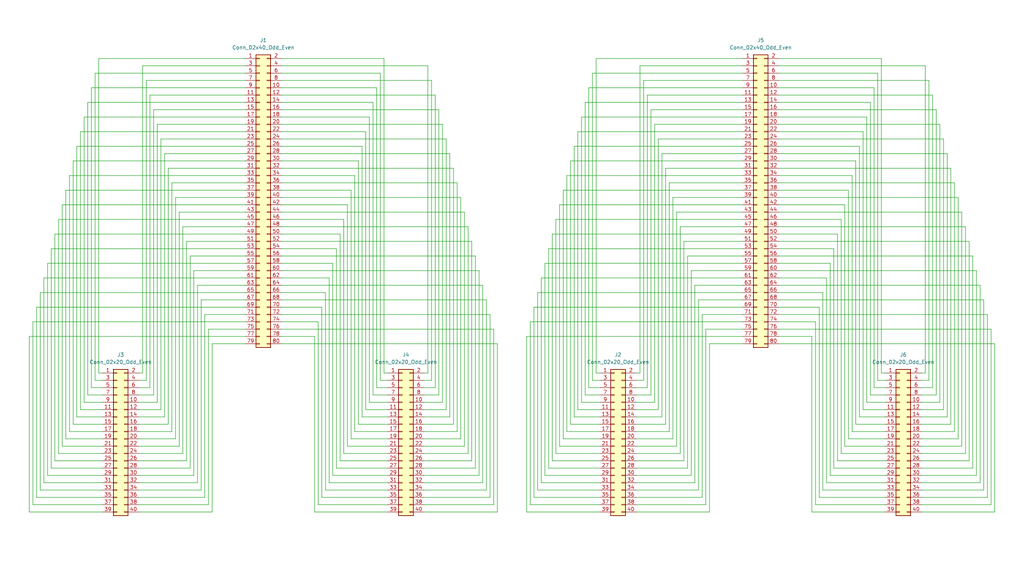
<source format=kicad_sch>
(kicad_sch (version 20230121) (generator eeschema)
  (paper "User" 355.6 203.2)
  (lib_symbols
    (symbol "Connector_Generic:Conn_02x20_Odd_Even" (pin_names (offset 1.016) hide)
      (property "Reference" "J" (at 1.27 25.4 0))
      (property "Value" "Conn_02x20_Odd_Even" (at 1.27 -27.94 0))
      (symbol "Conn_02x20_Odd_Even_1_1"
        (rectangle (start -1.27 -25.273) (end 0 -25.527) (stroke (width 0.1524)))
        (rectangle (start -1.27 -22.733) (end 0 -22.987) (stroke (width 0.1524)))
        (rectangle (start -1.27 -20.193) (end 0 -20.447) (stroke (width 0.1524)))
        (rectangle (start -1.27 -17.653) (end 0 -17.907) (stroke (width 0.1524)))
        (rectangle (start -1.27 -15.113) (end 0 -15.367) (stroke (width 0.1524)))
        (rectangle (start -1.27 -12.573) (end 0 -12.827) (stroke (width 0.1524)))
        (rectangle (start -1.27 -10.033) (end 0 -10.287) (stroke (width 0.1524)))
        (rectangle (start -1.27 -7.493) (end 0 -7.747) (stroke (width 0.1524)))
        (rectangle (start -1.27 -4.953) (end 0 -5.207) (stroke (width 0.1524)))
        (rectangle (start -1.27 -2.413) (end 0 -2.667) (stroke (width 0.1524)))
        (rectangle (start -1.27 0.127) (end 0 -0.127) (stroke (width 0.1524)))
        (rectangle (start -1.27 2.667) (end 0 2.413) (stroke (width 0.1524)))
        (rectangle (start -1.27 5.207) (end 0 4.953) (stroke (width 0.1524)))
        (rectangle (start -1.27 7.747) (end 0 7.493) (stroke (width 0.1524)))
        (rectangle (start -1.27 10.287) (end 0 10.033) (stroke (width 0.1524)))
        (rectangle (start -1.27 12.827) (end 0 12.573) (stroke (width 0.1524)))
        (rectangle (start -1.27 15.367) (end 0 15.113) (stroke (width 0.1524)))
        (rectangle (start -1.27 17.907) (end 0 17.653) (stroke (width 0.1524)))
        (rectangle (start -1.27 20.447) (end 0 20.193) (stroke (width 0.1524)))
        (rectangle (start -1.27 22.987) (end 0 22.733) (stroke (width 0.1524)))
        (rectangle (start -1.27 24.13) (end 3.81 -26.67) (stroke (width 0.254)) (fill (type background)))
        (rectangle (start 3.81 -25.273) (end 2.54 -25.527) (stroke (width 0.1524)))
        (rectangle (start 3.81 -22.733) (end 2.54 -22.987) (stroke (width 0.1524)))
        (rectangle (start 3.81 -20.193) (end 2.54 -20.447) (stroke (width 0.1524)))
        (rectangle (start 3.81 -17.653) (end 2.54 -17.907) (stroke (width 0.1524)))
        (rectangle (start 3.81 -15.113) (end 2.54 -15.367) (stroke (width 0.1524)))
        (rectangle (start 3.81 -12.573) (end 2.54 -12.827) (stroke (width 0.1524)))
        (rectangle (start 3.81 -10.033) (end 2.54 -10.287) (stroke (width 0.1524)))
        (rectangle (start 3.81 -7.493) (end 2.54 -7.747) (stroke (width 0.1524)))
        (rectangle (start 3.81 -4.953) (end 2.54 -5.207) (stroke (width 0.1524)))
        (rectangle (start 3.81 -2.413) (end 2.54 -2.667) (stroke (width 0.1524)))
        (rectangle (start 3.81 0.127) (end 2.54 -0.127) (stroke (width 0.1524)))
        (rectangle (start 3.81 2.667) (end 2.54 2.413) (stroke (width 0.1524)))
        (rectangle (start 3.81 5.207) (end 2.54 4.953) (stroke (width 0.1524)))
        (rectangle (start 3.81 7.747) (end 2.54 7.493) (stroke (width 0.1524)))
        (rectangle (start 3.81 10.287) (end 2.54 10.033) (stroke (width 0.1524)))
        (rectangle (start 3.81 12.827) (end 2.54 12.573) (stroke (width 0.1524)))
        (rectangle (start 3.81 15.367) (end 2.54 15.113) (stroke (width 0.1524)))
        (rectangle (start 3.81 17.907) (end 2.54 17.653) (stroke (width 0.1524)))
        (rectangle (start 3.81 20.447) (end 2.54 20.193) (stroke (width 0.1524)))
        (rectangle (start 3.81 22.987) (end 2.54 22.733) (stroke (width 0.1524)))
        (pin passive line (at -5.08 22.86 0) (length 3.81) (name "Pin_1") (number "1"))
        (pin passive line (at 7.62 12.7 180) (length 3.81) (name "Pin_10") (number "10"))
        (pin passive line (at -5.08 10.16 0) (length 3.81) (name "Pin_11") (number "11"))
        (pin passive line (at 7.62 10.16 180) (length 3.81) (name "Pin_12") (number "12"))
        (pin passive line (at -5.08 7.62 0) (length 3.81) (name "Pin_13") (number "13"))
        (pin passive line (at 7.62 7.62 180) (length 3.81) (name "Pin_14") (number "14"))
        (pin passive line (at -5.08 5.08 0) (length 3.81) (name "Pin_15") (number "15"))
        (pin passive line (at 7.62 5.08 180) (length 3.81) (name "Pin_16") (number "16"))
        (pin passive line (at -5.08 2.54 0) (length 3.81) (name "Pin_17") (number "17"))
        (pin passive line (at 7.62 2.54 180) (length 3.81) (name "Pin_18") (number "18"))
        (pin passive line (at -5.08 0 0) (length 3.81) (name "Pin_19") (number "19"))
        (pin passive line (at 7.62 22.86 180) (length 3.81) (name "Pin_2") (number "2"))
        (pin passive line (at 7.62 0 180) (length 3.81) (name "Pin_20") (number "20"))
        (pin passive line (at -5.08 -2.54 0) (length 3.81) (name "Pin_21") (number "21"))
        (pin passive line (at 7.62 -2.54 180) (length 3.81) (name "Pin_22") (number "22"))
        (pin passive line (at -5.08 -5.08 0) (length 3.81) (name "Pin_23") (number "23"))
        (pin passive line (at 7.62 -5.08 180) (length 3.81) (name "Pin_24") (number "24"))
        (pin passive line (at -5.08 -7.62 0) (length 3.81) (name "Pin_25") (number "25"))
        (pin passive line (at 7.62 -7.62 180) (length 3.81) (name "Pin_26") (number "26"))
        (pin passive line (at -5.08 -10.16 0) (length 3.81) (name "Pin_27") (number "27"))
        (pin passive line (at 7.62 -10.16 180) (length 3.81) (name "Pin_28") (number "28"))
        (pin passive line (at -5.08 -12.7 0) (length 3.81) (name "Pin_29") (number "29"))
        (pin passive line (at -5.08 20.32 0) (length 3.81) (name "Pin_3") (number "3"))
        (pin passive line (at 7.62 -12.7 180) (length 3.81) (name "Pin_30") (number "30"))
        (pin passive line (at -5.08 -15.24 0) (length 3.81) (name "Pin_31") (number "31"))
        (pin passive line (at 7.62 -15.24 180) (length 3.81) (name "Pin_32") (number "32"))
        (pin passive line (at -5.08 -17.78 0) (length 3.81) (name "Pin_33") (number "33"))
        (pin passive line (at 7.62 -17.78 180) (length 3.81) (name "Pin_34") (number "34"))
        (pin passive line (at -5.08 -20.32 0) (length 3.81) (name "Pin_35") (number "35"))
        (pin passive line (at 7.62 -20.32 180) (length 3.81) (name "Pin_36") (number "36"))
        (pin passive line (at -5.08 -22.86 0) (length 3.81) (name "Pin_37") (number "37"))
        (pin passive line (at 7.62 -22.86 180) (length 3.81) (name "Pin_38") (number "38"))
        (pin passive line (at -5.08 -25.4 0) (length 3.81) (name "Pin_39") (number "39"))
        (pin passive line (at 7.62 20.32 180) (length 3.81) (name "Pin_4") (number "4"))
        (pin passive line (at 7.62 -25.4 180) (length 3.81) (name "Pin_40") (number "40"))
        (pin passive line (at -5.08 17.78 0) (length 3.81) (name "Pin_5") (number "5"))
        (pin passive line (at 7.62 17.78 180) (length 3.81) (name "Pin_6") (number "6"))
        (pin passive line (at -5.08 15.24 0) (length 3.81) (name "Pin_7") (number "7"))
        (pin passive line (at 7.62 15.24 180) (length 3.81) (name "Pin_8") (number "8"))
        (pin passive line (at -5.08 12.7 0) (length 3.81) (name "Pin_9") (number "9"))
      )
    )
    (symbol "Connector_Generic:Conn_02x40_Odd_Even" (pin_names (offset 1.016) hide)
      (property "Reference" "J" (at 1.27 50.8 0))
      (property "Value" "Conn_02x40_Odd_Even" (at 1.27 -53.34 0))
      (symbol "Conn_02x40_Odd_Even_1_1"
        (rectangle (start -1.27 -50.673) (end 0 -50.927) (stroke (width 0.1524)))
        (rectangle (start -1.27 -48.133) (end 0 -48.387) (stroke (width 0.1524)))
        (rectangle (start -1.27 -45.593) (end 0 -45.847) (stroke (width 0.1524)))
        (rectangle (start -1.27 -43.053) (end 0 -43.307) (stroke (width 0.1524)))
        (rectangle (start -1.27 -40.513) (end 0 -40.767) (stroke (width 0.1524)))
        (rectangle (start -1.27 -37.973) (end 0 -38.227) (stroke (width 0.1524)))
        (rectangle (start -1.27 -35.433) (end 0 -35.687) (stroke (width 0.1524)))
        (rectangle (start -1.27 -32.893) (end 0 -33.147) (stroke (width 0.1524)))
        (rectangle (start -1.27 -30.353) (end 0 -30.607) (stroke (width 0.1524)))
        (rectangle (start -1.27 -27.813) (end 0 -28.067) (stroke (width 0.1524)))
        (rectangle (start -1.27 -25.273) (end 0 -25.527) (stroke (width 0.1524)))
        (rectangle (start -1.27 -22.733) (end 0 -22.987) (stroke (width 0.1524)))
        (rectangle (start -1.27 -20.193) (end 0 -20.447) (stroke (width 0.1524)))
        (rectangle (start -1.27 -17.653) (end 0 -17.907) (stroke (width 0.1524)))
        (rectangle (start -1.27 -15.113) (end 0 -15.367) (stroke (width 0.1524)))
        (rectangle (start -1.27 -12.573) (end 0 -12.827) (stroke (width 0.1524)))
        (rectangle (start -1.27 -10.033) (end 0 -10.287) (stroke (width 0.1524)))
        (rectangle (start -1.27 -7.493) (end 0 -7.747) (stroke (width 0.1524)))
        (rectangle (start -1.27 -4.953) (end 0 -5.207) (stroke (width 0.1524)))
        (rectangle (start -1.27 -2.413) (end 0 -2.667) (stroke (width 0.1524)))
        (rectangle (start -1.27 0.127) (end 0 -0.127) (stroke (width 0.1524)))
        (rectangle (start -1.27 2.667) (end 0 2.413) (stroke (width 0.1524)))
        (rectangle (start -1.27 5.207) (end 0 4.953) (stroke (width 0.1524)))
        (rectangle (start -1.27 7.747) (end 0 7.493) (stroke (width 0.1524)))
        (rectangle (start -1.27 10.287) (end 0 10.033) (stroke (width 0.1524)))
        (rectangle (start -1.27 12.827) (end 0 12.573) (stroke (width 0.1524)))
        (rectangle (start -1.27 15.367) (end 0 15.113) (stroke (width 0.1524)))
        (rectangle (start -1.27 17.907) (end 0 17.653) (stroke (width 0.1524)))
        (rectangle (start -1.27 20.447) (end 0 20.193) (stroke (width 0.1524)))
        (rectangle (start -1.27 22.987) (end 0 22.733) (stroke (width 0.1524)))
        (rectangle (start -1.27 25.527) (end 0 25.273) (stroke (width 0.1524)))
        (rectangle (start -1.27 28.067) (end 0 27.813) (stroke (width 0.1524)))
        (rectangle (start -1.27 30.607) (end 0 30.353) (stroke (width 0.1524)))
        (rectangle (start -1.27 33.147) (end 0 32.893) (stroke (width 0.1524)))
        (rectangle (start -1.27 35.687) (end 0 35.433) (stroke (width 0.1524)))
        (rectangle (start -1.27 38.227) (end 0 37.973) (stroke (width 0.1524)))
        (rectangle (start -1.27 40.767) (end 0 40.513) (stroke (width 0.1524)))
        (rectangle (start -1.27 43.307) (end 0 43.053) (stroke (width 0.1524)))
        (rectangle (start -1.27 45.847) (end 0 45.593) (stroke (width 0.1524)))
        (rectangle (start -1.27 48.387) (end 0 48.133) (stroke (width 0.1524)))
        (rectangle (start -1.27 49.53) (end 3.81 -52.07) (stroke (width 0.254)) (fill (type background)))
        (rectangle (start 3.81 -50.673) (end 2.54 -50.927) (stroke (width 0.1524)))
        (rectangle (start 3.81 -48.133) (end 2.54 -48.387) (stroke (width 0.1524)))
        (rectangle (start 3.81 -45.593) (end 2.54 -45.847) (stroke (width 0.1524)))
        (rectangle (start 3.81 -43.053) (end 2.54 -43.307) (stroke (width 0.1524)))
        (rectangle (start 3.81 -40.513) (end 2.54 -40.767) (stroke (width 0.1524)))
        (rectangle (start 3.81 -37.973) (end 2.54 -38.227) (stroke (width 0.1524)))
        (rectangle (start 3.81 -35.433) (end 2.54 -35.687) (stroke (width 0.1524)))
        (rectangle (start 3.81 -32.893) (end 2.54 -33.147) (stroke (width 0.1524)))
        (rectangle (start 3.81 -30.353) (end 2.54 -30.607) (stroke (width 0.1524)))
        (rectangle (start 3.81 -27.813) (end 2.54 -28.067) (stroke (width 0.1524)))
        (rectangle (start 3.81 -25.273) (end 2.54 -25.527) (stroke (width 0.1524)))
        (rectangle (start 3.81 -22.733) (end 2.54 -22.987) (stroke (width 0.1524)))
        (rectangle (start 3.81 -20.193) (end 2.54 -20.447) (stroke (width 0.1524)))
        (rectangle (start 3.81 -17.653) (end 2.54 -17.907) (stroke (width 0.1524)))
        (rectangle (start 3.81 -15.113) (end 2.54 -15.367) (stroke (width 0.1524)))
        (rectangle (start 3.81 -12.573) (end 2.54 -12.827) (stroke (width 0.1524)))
        (rectangle (start 3.81 -10.033) (end 2.54 -10.287) (stroke (width 0.1524)))
        (rectangle (start 3.81 -7.493) (end 2.54 -7.747) (stroke (width 0.1524)))
        (rectangle (start 3.81 -4.953) (end 2.54 -5.207) (stroke (width 0.1524)))
        (rectangle (start 3.81 -2.413) (end 2.54 -2.667) (stroke (width 0.1524)))
        (rectangle (start 3.81 0.127) (end 2.54 -0.127) (stroke (width 0.1524)))
        (rectangle (start 3.81 2.667) (end 2.54 2.413) (stroke (width 0.1524)))
        (rectangle (start 3.81 5.207) (end 2.54 4.953) (stroke (width 0.1524)))
        (rectangle (start 3.81 7.747) (end 2.54 7.493) (stroke (width 0.1524)))
        (rectangle (start 3.81 10.287) (end 2.54 10.033) (stroke (width 0.1524)))
        (rectangle (start 3.81 12.827) (end 2.54 12.573) (stroke (width 0.1524)))
        (rectangle (start 3.81 15.367) (end 2.54 15.113) (stroke (width 0.1524)))
        (rectangle (start 3.81 17.907) (end 2.54 17.653) (stroke (width 0.1524)))
        (rectangle (start 3.81 20.447) (end 2.54 20.193) (stroke (width 0.1524)))
        (rectangle (start 3.81 22.987) (end 2.54 22.733) (stroke (width 0.1524)))
        (rectangle (start 3.81 25.527) (end 2.54 25.273) (stroke (width 0.1524)))
        (rectangle (start 3.81 28.067) (end 2.54 27.813) (stroke (width 0.1524)))
        (rectangle (start 3.81 30.607) (end 2.54 30.353) (stroke (width 0.1524)))
        (rectangle (start 3.81 33.147) (end 2.54 32.893) (stroke (width 0.1524)))
        (rectangle (start 3.81 35.687) (end 2.54 35.433) (stroke (width 0.1524)))
        (rectangle (start 3.81 38.227) (end 2.54 37.973) (stroke (width 0.1524)))
        (rectangle (start 3.81 40.767) (end 2.54 40.513) (stroke (width 0.1524)))
        (rectangle (start 3.81 43.307) (end 2.54 43.053) (stroke (width 0.1524)))
        (rectangle (start 3.81 45.847) (end 2.54 45.593) (stroke (width 0.1524)))
        (rectangle (start 3.81 48.387) (end 2.54 48.133) (stroke (width 0.1524)))
        (pin passive line (at -5.08 48.26 0) (length 3.81) (name "Pin_1") (number "1"))
        (pin passive line (at 7.62 38.1 180) (length 3.81) (name "Pin_10") (number "10"))
        (pin passive line (at -5.08 35.56 0) (length 3.81) (name "Pin_11") (number "11"))
        (pin passive line (at 7.62 35.56 180) (length 3.81) (name "Pin_12") (number "12"))
        (pin passive line (at -5.08 33.02 0) (length 3.81) (name "Pin_13") (number "13"))
        (pin passive line (at 7.62 33.02 180) (length 3.81) (name "Pin_14") (number "14"))
        (pin passive line (at -5.08 30.48 0) (length 3.81) (name "Pin_15") (number "15"))
        (pin passive line (at 7.62 30.48 180) (length 3.81) (name "Pin_16") (number "16"))
        (pin passive line (at -5.08 27.94 0) (length 3.81) (name "Pin_17") (number "17"))
        (pin passive line (at 7.62 27.94 180) (length 3.81) (name "Pin_18") (number "18"))
        (pin passive line (at -5.08 25.4 0) (length 3.81) (name "Pin_19") (number "19"))
        (pin passive line (at 7.62 48.26 180) (length 3.81) (name "Pin_2") (number "2"))
        (pin passive line (at 7.62 25.4 180) (length 3.81) (name "Pin_20") (number "20"))
        (pin passive line (at -5.08 22.86 0) (length 3.81) (name "Pin_21") (number "21"))
        (pin passive line (at 7.62 22.86 180) (length 3.81) (name "Pin_22") (number "22"))
        (pin passive line (at -5.08 20.32 0) (length 3.81) (name "Pin_23") (number "23"))
        (pin passive line (at 7.62 20.32 180) (length 3.81) (name "Pin_24") (number "24"))
        (pin passive line (at -5.08 17.78 0) (length 3.81) (name "Pin_25") (number "25"))
        (pin passive line (at 7.62 17.78 180) (length 3.81) (name "Pin_26") (number "26"))
        (pin passive line (at -5.08 15.24 0) (length 3.81) (name "Pin_27") (number "27"))
        (pin passive line (at 7.62 15.24 180) (length 3.81) (name "Pin_28") (number "28"))
        (pin passive line (at -5.08 12.7 0) (length 3.81) (name "Pin_29") (number "29"))
        (pin passive line (at -5.08 45.72 0) (length 3.81) (name "Pin_3") (number "3"))
        (pin passive line (at 7.62 12.7 180) (length 3.81) (name "Pin_30") (number "30"))
        (pin passive line (at -5.08 10.16 0) (length 3.81) (name "Pin_31") (number "31"))
        (pin passive line (at 7.62 10.16 180) (length 3.81) (name "Pin_32") (number "32"))
        (pin passive line (at -5.08 7.62 0) (length 3.81) (name "Pin_33") (number "33"))
        (pin passive line (at 7.62 7.62 180) (length 3.81) (name "Pin_34") (number "34"))
        (pin passive line (at -5.08 5.08 0) (length 3.81) (name "Pin_35") (number "35"))
        (pin passive line (at 7.62 5.08 180) (length 3.81) (name "Pin_36") (number "36"))
        (pin passive line (at -5.08 2.54 0) (length 3.81) (name "Pin_37") (number "37"))
        (pin passive line (at 7.62 2.54 180) (length 3.81) (name "Pin_38") (number "38"))
        (pin passive line (at -5.08 0 0) (length 3.81) (name "Pin_39") (number "39"))
        (pin passive line (at 7.62 45.72 180) (length 3.81) (name "Pin_4") (number "4"))
        (pin passive line (at 7.62 0 180) (length 3.81) (name "Pin_40") (number "40"))
        (pin passive line (at -5.08 -2.54 0) (length 3.81) (name "Pin_41") (number "41"))
        (pin passive line (at 7.62 -2.54 180) (length 3.81) (name "Pin_42") (number "42"))
        (pin passive line (at -5.08 -5.08 0) (length 3.81) (name "Pin_43") (number "43"))
        (pin passive line (at 7.62 -5.08 180) (length 3.81) (name "Pin_44") (number "44"))
        (pin passive line (at -5.08 -7.62 0) (length 3.81) (name "Pin_45") (number "45"))
        (pin passive line (at 7.62 -7.62 180) (length 3.81) (name "Pin_46") (number "46"))
        (pin passive line (at -5.08 -10.16 0) (length 3.81) (name "Pin_47") (number "47"))
        (pin passive line (at 7.62 -10.16 180) (length 3.81) (name "Pin_48") (number "48"))
        (pin passive line (at -5.08 -12.7 0) (length 3.81) (name "Pin_49") (number "49"))
        (pin passive line (at -5.08 43.18 0) (length 3.81) (name "Pin_5") (number "5"))
        (pin passive line (at 7.62 -12.7 180) (length 3.81) (name "Pin_50") (number "50"))
        (pin passive line (at -5.08 -15.24 0) (length 3.81) (name "Pin_51") (number "51"))
        (pin passive line (at 7.62 -15.24 180) (length 3.81) (name "Pin_52") (number "52"))
        (pin passive line (at -5.08 -17.78 0) (length 3.81) (name "Pin_53") (number "53"))
        (pin passive line (at 7.62 -17.78 180) (length 3.81) (name "Pin_54") (number "54"))
        (pin passive line (at -5.08 -20.32 0) (length 3.81) (name "Pin_55") (number "55"))
        (pin passive line (at 7.62 -20.32 180) (length 3.81) (name "Pin_56") (number "56"))
        (pin passive line (at -5.08 -22.86 0) (length 3.81) (name "Pin_57") (number "57"))
        (pin passive line (at 7.62 -22.86 180) (length 3.81) (name "Pin_58") (number "58"))
        (pin passive line (at -5.08 -25.4 0) (length 3.81) (name "Pin_59") (number "59"))
        (pin passive line (at 7.62 43.18 180) (length 3.81) (name "Pin_6") (number "6"))
        (pin passive line (at 7.62 -25.4 180) (length 3.81) (name "Pin_60") (number "60"))
        (pin passive line (at -5.08 -27.94 0) (length 3.81) (name "Pin_61") (number "61"))
        (pin passive line (at 7.62 -27.94 180) (length 3.81) (name "Pin_62") (number "62"))
        (pin passive line (at -5.08 -30.48 0) (length 3.81) (name "Pin_63") (number "63"))
        (pin passive line (at 7.62 -30.48 180) (length 3.81) (name "Pin_64") (number "64"))
        (pin passive line (at -5.08 -33.02 0) (length 3.81) (name "Pin_65") (number "65"))
        (pin passive line (at 7.62 -33.02 180) (length 3.81) (name "Pin_66") (number "66"))
        (pin passive line (at -5.08 -35.56 0) (length 3.81) (name "Pin_67") (number "67"))
        (pin passive line (at 7.62 -35.56 180) (length 3.81) (name "Pin_68") (number "68"))
        (pin passive line (at -5.08 -38.1 0) (length 3.81) (name "Pin_69") (number "69"))
        (pin passive line (at -5.08 40.64 0) (length 3.81) (name "Pin_7") (number "7"))
        (pin passive line (at 7.62 -38.1 180) (length 3.81) (name "Pin_70") (number "70"))
        (pin passive line (at -5.08 -40.64 0) (length 3.81) (name "Pin_71") (number "71"))
        (pin passive line (at 7.62 -40.64 180) (length 3.81) (name "Pin_72") (number "72"))
        (pin passive line (at -5.08 -43.18 0) (length 3.81) (name "Pin_73") (number "73"))
        (pin passive line (at 7.62 -43.18 180) (length 3.81) (name "Pin_74") (number "74"))
        (pin passive line (at -5.08 -45.72 0) (length 3.81) (name "Pin_75") (number "75"))
        (pin passive line (at 7.62 -45.72 180) (length 3.81) (name "Pin_76") (number "76"))
        (pin passive line (at -5.08 -48.26 0) (length 3.81) (name "Pin_77") (number "77"))
        (pin passive line (at 7.62 -48.26 180) (length 3.81) (name "Pin_78") (number "78"))
        (pin passive line (at -5.08 -50.8 0) (length 3.81) (name "Pin_79") (number "79"))
        (pin passive line (at 7.62 40.64 180) (length 3.81) (name "Pin_8") (number "8"))
        (pin passive line (at 7.62 -50.8 180) (length 3.81) (name "Pin_80") (number "80"))
        (pin passive line (at -5.08 38.1 0) (length 3.81) (name "Pin_9") (number "9"))
      )
    )
  )
  (wire (pts (xy 331.47 63.5) (xy 270.51 63.5)))
  (wire (pts (xy 229.87 53.34) (xy 257.81 53.34)))
  (wire (pts (xy 320.04 129.54) (xy 321.31 129.54)))
  (wire (pts (xy 30.48 35.56) (xy 85.09 35.56)))
  (wire (pts (xy 288.29 91.44) (xy 270.51 91.44)))
  (wire (pts (xy 307.34 132.08) (xy 304.8 132.08)))
  (wire (pts (xy 208.28 157.48) (xy 193.04 157.48)))
  (wire (pts (xy 284.48 172.72) (xy 284.48 106.68)))
  (wire (pts (xy 220.98 144.78) (xy 229.87 144.78)))
  (wire (pts (xy 193.04 157.48) (xy 193.04 76.2)))
  (wire (pts (xy 341.63 104.14) (xy 270.51 104.14)))
  (wire (pts (xy 68.58 167.64) (xy 68.58 99.06)))
  (wire (pts (xy 59.69 149.86) (xy 59.69 63.5)))
  (wire (pts (xy 119.38 157.48) (xy 119.38 76.2)))
  (wire (pts (xy 57.15 144.78) (xy 57.15 53.34)))
  (wire (pts (xy 97.79 78.74) (xy 162.56 78.74)))
  (wire (pts (xy 342.9 172.72) (xy 320.04 172.72)))
  (wire (pts (xy 134.62 162.56) (xy 116.84 162.56)))
  (wire (pts (xy 270.51 119.38) (xy 345.44 119.38)))
  (wire (pts (xy 127 142.24) (xy 127 45.72)))
  (wire (pts (xy 123.19 60.96) (xy 97.79 60.96)))
  (wire (pts (xy 48.26 172.72) (xy 71.12 172.72)))
  (wire (pts (xy 341.63 170.18) (xy 341.63 104.14)))
  (wire (pts (xy 134.62 172.72) (xy 111.76 172.72)))
  (wire (pts (xy 48.26 175.26) (xy 72.39 175.26)))
  (wire (pts (xy 238.76 88.9) (xy 257.81 88.9)))
  (wire (pts (xy 97.79 68.58) (xy 160.02 68.58)))
  (wire (pts (xy 66.04 88.9) (xy 85.09 88.9)))
  (wire (pts (xy 208.28 160.02) (xy 191.77 160.02)))
  (wire (pts (xy 21.59 154.94) (xy 21.59 71.12)))
  (wire (pts (xy 241.3 99.06) (xy 257.81 99.06)))
  (wire (pts (xy 167.64 99.06) (xy 167.64 167.64)))
  (wire (pts (xy 120.65 154.94) (xy 120.65 71.12)))
  (wire (pts (xy 50.8 27.94) (xy 85.09 27.94)))
  (wire (pts (xy 13.97 170.18) (xy 13.97 101.6)))
  (wire (pts (xy 307.34 170.18) (xy 285.75 170.18)))
  (wire (pts (xy 287.02 96.52) (xy 270.51 96.52)))
  (wire (pts (xy 300.99 139.7) (xy 300.99 40.64)))
  (wire (pts (xy 48.26 134.62) (xy 52.07 134.62)))
  (wire (pts (xy 97.79 66.04) (xy 121.92 66.04)))
  (wire (pts (xy 33.02 25.4) (xy 85.09 25.4)))
  (wire (pts (xy 342.9 109.22) (xy 342.9 172.72)))
  (wire (pts (xy 72.39 175.26) (xy 72.39 114.3)))
  (wire (pts (xy 11.43 175.26) (xy 11.43 111.76)))
  (wire (pts (xy 52.07 134.62) (xy 52.07 33.02)))
  (wire (pts (xy 298.45 144.78) (xy 298.45 50.8)))
  (wire (pts (xy 35.56 144.78) (xy 26.67 144.78)))
  (wire (pts (xy 134.62 154.94) (xy 120.65 154.94)))
  (wire (pts (xy 306.07 129.54) (xy 306.07 20.32)))
  (wire (pts (xy 245.11 114.3) (xy 257.81 114.3)))
  (wire (pts (xy 133.35 20.32) (xy 97.79 20.32)))
  (wire (pts (xy 234.95 73.66) (xy 257.81 73.66)))
  (wire (pts (xy 48.26 152.4) (xy 60.96 152.4)))
  (wire (pts (xy 320.04 154.94) (xy 334.01 154.94)))
  (wire (pts (xy 325.12 38.1) (xy 325.12 137.16)))
  (wire (pts (xy 55.88 142.24) (xy 55.88 48.26)))
  (wire (pts (xy 35.56 167.64) (xy 15.24 167.64)))
  (wire (pts (xy 157.48 58.42) (xy 157.48 147.32)))
  (wire (pts (xy 208.28 132.08) (xy 205.74 132.08)))
  (wire (pts (xy 205.74 132.08) (xy 205.74 25.4)))
  (wire (pts (xy 270.51 99.06) (xy 340.36 99.06)))
  (wire (pts (xy 203.2 137.16) (xy 203.2 35.56)))
  (wire (pts (xy 238.76 162.56) (xy 238.76 88.9)))
  (wire (pts (xy 307.34 154.94) (xy 293.37 154.94)))
  (wire (pts (xy 220.98 147.32) (xy 231.14 147.32)))
  (wire (pts (xy 320.04 160.02) (xy 336.55 160.02)))
  (wire (pts (xy 270.51 38.1) (xy 325.12 38.1)))
  (wire (pts (xy 200.66 142.24) (xy 200.66 45.72)))
  (wire (pts (xy 134.62 149.86) (xy 123.19 149.86)))
  (wire (pts (xy 71.12 172.72) (xy 71.12 109.22)))
  (wire (pts (xy 50.8 132.08) (xy 50.8 27.94)))
  (wire (pts (xy 48.26 154.94) (xy 62.23 154.94)))
  (wire (pts (xy 198.12 55.88) (xy 257.81 55.88)))
  (wire (pts (xy 245.11 175.26) (xy 245.11 114.3)))
  (wire (pts (xy 120.65 71.12) (xy 97.79 71.12)))
  (wire (pts (xy 73.66 119.38) (xy 85.09 119.38)))
  (wire (pts (xy 166.37 165.1) (xy 166.37 93.98)))
  (wire (pts (xy 294.64 152.4) (xy 294.64 66.04)))
  (wire (pts (xy 281.94 177.8) (xy 281.94 116.84)))
  (wire (pts (xy 307.34 165.1) (xy 288.29 165.1)))
  (wire (pts (xy 227.33 43.18) (xy 257.81 43.18)))
  (wire (pts (xy 171.45 114.3) (xy 97.79 114.3)))
  (wire (pts (xy 48.26 160.02) (xy 64.77 160.02)))
  (wire (pts (xy 134.62 170.18) (xy 113.03 170.18)))
  (wire (pts (xy 208.28 129.54) (xy 207.01 129.54)))
  (wire (pts (xy 182.88 116.84) (xy 257.81 116.84)))
  (wire (pts (xy 147.32 134.62) (xy 151.13 134.62)))
  (wire (pts (xy 97.79 40.64) (xy 128.27 40.64)))
  (wire (pts (xy 97.79 58.42) (xy 157.48 58.42)))
  (wire (pts (xy 196.85 149.86) (xy 196.85 60.96)))
  (wire (pts (xy 237.49 83.82) (xy 257.81 83.82)))
  (wire (pts (xy 345.44 177.8) (xy 320.04 177.8)))
  (wire (pts (xy 224.79 33.02) (xy 257.81 33.02)))
  (wire (pts (xy 149.86 132.08) (xy 147.32 132.08)))
  (wire (pts (xy 147.32 175.26) (xy 171.45 175.26)))
  (wire (pts (xy 231.14 58.42) (xy 257.81 58.42)))
  (wire (pts (xy 236.22 157.48) (xy 236.22 78.74)))
  (wire (pts (xy 160.02 152.4) (xy 147.32 152.4)))
  (wire (pts (xy 134.62 147.32) (xy 124.46 147.32)))
  (wire (pts (xy 320.04 139.7) (xy 326.39 139.7)))
  (wire (pts (xy 57.15 53.34) (xy 85.09 53.34)))
  (wire (pts (xy 73.66 177.8) (xy 73.66 119.38)))
  (wire (pts (xy 12.7 172.72) (xy 12.7 106.68)))
  (wire (pts (xy 157.48 147.32) (xy 147.32 147.32)))
  (wire (pts (xy 240.03 165.1) (xy 240.03 93.98)))
  (wire (pts (xy 297.18 147.32) (xy 297.18 55.88)))
  (wire (pts (xy 134.62 165.1) (xy 115.57 165.1)))
  (wire (pts (xy 10.16 116.84) (xy 85.09 116.84)))
  (wire (pts (xy 48.26 162.56) (xy 66.04 162.56)))
  (wire (pts (xy 240.03 93.98) (xy 257.81 93.98)))
  (wire (pts (xy 208.28 154.94) (xy 194.31 154.94)))
  (wire (pts (xy 147.32 154.94) (xy 161.29 154.94)))
  (wire (pts (xy 33.02 132.08) (xy 33.02 25.4)))
  (wire (pts (xy 129.54 35.56) (xy 97.79 35.56)))
  (wire (pts (xy 186.69 170.18) (xy 186.69 101.6)))
  (wire (pts (xy 160.02 68.58) (xy 160.02 152.4)))
  (wire (pts (xy 328.93 144.78) (xy 328.93 53.34)))
  (wire (pts (xy 134.62 132.08) (xy 132.08 132.08)))
  (wire (pts (xy 34.29 20.32) (xy 85.09 20.32)))
  (wire (pts (xy 35.56 175.26) (xy 11.43 175.26)))
  (wire (pts (xy 60.96 68.58) (xy 85.09 68.58)))
  (wire (pts (xy 54.61 139.7) (xy 54.61 43.18)))
  (wire (pts (xy 114.3 167.64) (xy 114.3 96.52)))
  (wire (pts (xy 336.55 83.82) (xy 270.51 83.82)))
  (wire (pts (xy 295.91 149.86) (xy 295.91 60.96)))
  (wire (pts (xy 270.51 86.36) (xy 289.56 86.36)))
  (wire (pts (xy 109.22 116.84) (xy 97.79 116.84)))
  (wire (pts (xy 299.72 142.24) (xy 299.72 45.72)))
  (wire (pts (xy 154.94 48.26) (xy 154.94 142.24)))
  (wire (pts (xy 292.1 76.2) (xy 270.51 76.2)))
  (wire (pts (xy 270.51 88.9) (xy 337.82 88.9)))
  (wire (pts (xy 35.56 157.48) (xy 20.32 157.48)))
  (wire (pts (xy 35.56 149.86) (xy 24.13 149.86)))
  (wire (pts (xy 288.29 165.1) (xy 288.29 91.44)))
  (wire (pts (xy 156.21 144.78) (xy 156.21 53.34)))
  (wire (pts (xy 48.26 167.64) (xy 68.58 167.64)))
  (wire (pts (xy 198.12 147.32) (xy 198.12 55.88)))
  (wire (pts (xy 307.34 157.48) (xy 292.1 157.48)))
  (wire (pts (xy 304.8 25.4) (xy 270.51 25.4)))
  (wire (pts (xy 124.46 147.32) (xy 124.46 55.88)))
  (wire (pts (xy 293.37 154.94) (xy 293.37 71.12)))
  (wire (pts (xy 208.28 144.78) (xy 199.39 144.78)))
  (wire (pts (xy 165.1 162.56) (xy 147.32 162.56)))
  (wire (pts (xy 35.56 142.24) (xy 27.94 142.24)))
  (wire (pts (xy 270.51 48.26) (xy 327.66 48.26)))
  (wire (pts (xy 27.94 142.24) (xy 27.94 45.72)))
  (wire (pts (xy 325.12 137.16) (xy 320.04 137.16)))
  (wire (pts (xy 307.34 162.56) (xy 289.56 162.56)))
  (wire (pts (xy 115.57 91.44) (xy 97.79 91.44)))
  (wire (pts (xy 208.28 139.7) (xy 201.93 139.7)))
  (wire (pts (xy 124.46 55.88) (xy 97.79 55.88)))
  (wire (pts (xy 130.81 134.62) (xy 130.81 30.48)))
  (wire (pts (xy 129.54 137.16) (xy 129.54 35.56)))
  (wire (pts (xy 166.37 93.98) (xy 97.79 93.98)))
  (wire (pts (xy 48.26 132.08) (xy 50.8 132.08)))
  (wire (pts (xy 243.84 109.22) (xy 257.81 109.22)))
  (wire (pts (xy 72.39 114.3) (xy 85.09 114.3)))
  (wire (pts (xy 149.86 27.94) (xy 149.86 132.08)))
  (wire (pts (xy 172.72 119.38) (xy 172.72 177.8)))
  (wire (pts (xy 132.08 25.4) (xy 97.79 25.4)))
  (wire (pts (xy 121.92 152.4) (xy 121.92 66.04)))
  (wire (pts (xy 334.01 154.94) (xy 334.01 73.66)))
  (wire (pts (xy 134.62 137.16) (xy 129.54 137.16)))
  (wire (pts (xy 187.96 167.64) (xy 187.96 96.52)))
  (wire (pts (xy 158.75 63.5) (xy 97.79 63.5)))
  (wire (pts (xy 97.79 27.94) (xy 149.86 27.94)))
  (wire (pts (xy 292.1 157.48) (xy 292.1 76.2)))
  (wire (pts (xy 148.59 22.86) (xy 148.59 129.54)))
  (wire (pts (xy 63.5 78.74) (xy 85.09 78.74)))
  (wire (pts (xy 10.16 177.8) (xy 10.16 116.84)))
  (wire (pts (xy 69.85 104.14) (xy 85.09 104.14)))
  (wire (pts (xy 147.32 149.86) (xy 158.75 149.86)))
  (wire (pts (xy 208.28 147.32) (xy 198.12 147.32)))
  (wire (pts (xy 109.22 177.8) (xy 109.22 116.84)))
  (wire (pts (xy 152.4 137.16) (xy 147.32 137.16)))
  (wire (pts (xy 331.47 149.86) (xy 331.47 63.5)))
  (wire (pts (xy 48.26 144.78) (xy 57.15 144.78)))
  (wire (pts (xy 118.11 81.28) (xy 97.79 81.28)))
  (wire (pts (xy 290.83 160.02) (xy 290.83 81.28)))
  (wire (pts (xy 220.98 137.16) (xy 226.06 137.16)))
  (wire (pts (xy 134.62 177.8) (xy 109.22 177.8)))
  (wire (pts (xy 194.31 71.12) (xy 257.81 71.12)))
  (wire (pts (xy 233.68 68.58) (xy 257.81 68.58)))
  (wire (pts (xy 48.26 170.18) (xy 69.85 170.18)))
  (wire (pts (xy 29.21 139.7) (xy 29.21 40.64)))
  (wire (pts (xy 208.28 167.64) (xy 187.96 167.64)))
  (wire (pts (xy 148.59 22.86) (xy 97.79 22.86)))
  (wire (pts (xy 147.32 170.18) (xy 168.91 170.18)))
  (wire (pts (xy 97.79 109.22) (xy 170.18 109.22)))
  (wire (pts (xy 322.58 27.94) (xy 322.58 132.08)))
  (wire (pts (xy 302.26 137.16) (xy 302.26 35.56)))
  (wire (pts (xy 12.7 106.68) (xy 85.09 106.68)))
  (wire (pts (xy 127 45.72) (xy 97.79 45.72)))
  (wire (pts (xy 307.34 167.64) (xy 287.02 167.64)))
  (wire (pts (xy 68.58 99.06) (xy 85.09 99.06)))
  (wire (pts (xy 270.51 58.42) (xy 330.2 58.42)))
  (wire (pts (xy 15.24 167.64) (xy 15.24 96.52)))
  (wire (pts (xy 48.26 137.16) (xy 53.34 137.16)))
  (wire (pts (xy 320.04 170.18) (xy 341.63 170.18)))
  (wire (pts (xy 344.17 114.3) (xy 270.51 114.3)))
  (wire (pts (xy 270.51 30.48) (xy 303.53 30.48)))
  (wire (pts (xy 246.38 119.38) (xy 257.81 119.38)))
  (wire (pts (xy 220.98 170.18) (xy 242.57 170.18)))
  (wire (pts (xy 270.51 66.04) (xy 294.64 66.04)))
  (wire (pts (xy 49.53 22.86) (xy 85.09 22.86)))
  (wire (pts (xy 19.05 81.28) (xy 85.09 81.28)))
  (wire (pts (xy 19.05 160.02) (xy 19.05 81.28)))
  (wire (pts (xy 67.31 165.1) (xy 67.31 93.98)))
  (wire (pts (xy 208.28 165.1) (xy 189.23 165.1)))
  (wire (pts (xy 163.83 160.02) (xy 163.83 83.82)))
  (wire (pts (xy 48.26 177.8) (xy 73.66 177.8)))
  (wire (pts (xy 220.98 172.72) (xy 243.84 172.72)))
  (wire (pts (xy 283.21 175.26) (xy 283.21 111.76)))
  (wire (pts (xy 20.32 157.48) (xy 20.32 76.2)))
  (wire (pts (xy 233.68 152.4) (xy 233.68 68.58)))
  (wire (pts (xy 242.57 104.14) (xy 257.81 104.14)))
  (wire (pts (xy 223.52 27.94) (xy 257.81 27.94)))
  (wire (pts (xy 220.98 175.26) (xy 245.11 175.26)))
  (wire (pts (xy 24.13 149.86) (xy 24.13 60.96)))
  (wire (pts (xy 16.51 91.44) (xy 85.09 91.44)))
  (wire (pts (xy 307.34 137.16) (xy 302.26 137.16)))
  (wire (pts (xy 133.35 129.54) (xy 133.35 20.32)))
  (wire (pts (xy 35.56 129.54) (xy 34.29 129.54)))
  (wire (pts (xy 134.62 142.24) (xy 127 142.24)))
  (wire (pts (xy 307.34 149.86) (xy 295.91 149.86)))
  (wire (pts (xy 242.57 170.18) (xy 242.57 104.14)))
  (wire (pts (xy 67.31 93.98) (xy 85.09 93.98)))
  (wire (pts (xy 220.98 165.1) (xy 240.03 165.1)))
  (wire (pts (xy 35.56 177.8) (xy 10.16 177.8)))
  (wire (pts (xy 35.56 147.32) (xy 25.4 147.32)))
  (wire (pts (xy 201.93 40.64) (xy 257.81 40.64)))
  (wire (pts (xy 35.56 165.1) (xy 16.51 165.1)))
  (wire (pts (xy 320.04 144.78) (xy 328.93 144.78)))
  (wire (pts (xy 336.55 160.02) (xy 336.55 83.82)))
  (wire (pts (xy 16.51 165.1) (xy 16.51 91.44)))
  (wire (pts (xy 25.4 147.32) (xy 25.4 55.88)))
  (wire (pts (xy 59.69 63.5) (xy 85.09 63.5)))
  (wire (pts (xy 320.04 175.26) (xy 344.17 175.26)))
  (wire (pts (xy 290.83 81.28) (xy 270.51 81.28)))
  (wire (pts (xy 113.03 101.6) (xy 97.79 101.6)))
  (wire (pts (xy 15.24 96.52) (xy 85.09 96.52)))
  (wire (pts (xy 345.44 119.38) (xy 345.44 177.8)))
  (wire (pts (xy 118.11 160.02) (xy 118.11 81.28)))
  (wire (pts (xy 326.39 43.18) (xy 270.51 43.18)))
  (wire (pts (xy 340.36 99.06) (xy 340.36 167.64)))
  (wire (pts (xy 48.26 147.32) (xy 58.42 147.32)))
  (wire (pts (xy 97.79 38.1) (xy 152.4 38.1)))
  (wire (pts (xy 332.74 152.4) (xy 320.04 152.4)))
  (wire (pts (xy 307.34 177.8) (xy 281.94 177.8)))
  (wire (pts (xy 24.13 60.96) (xy 85.09 60.96)))
  (wire (pts (xy 189.23 91.44) (xy 257.81 91.44)))
  (wire (pts (xy 31.75 134.62) (xy 31.75 30.48)))
  (wire (pts (xy 123.19 149.86) (xy 123.19 60.96)))
  (wire (pts (xy 302.26 35.56) (xy 270.51 35.56)))
  (wire (pts (xy 97.79 50.8) (xy 125.73 50.8)))
  (wire (pts (xy 204.47 134.62) (xy 204.47 30.48)))
  (wire (pts (xy 220.98 160.02) (xy 237.49 160.02)))
  (wire (pts (xy 246.38 177.8) (xy 246.38 119.38)))
  (wire (pts (xy 199.39 50.8) (xy 257.81 50.8)))
  (wire (pts (xy 110.49 111.76) (xy 97.79 111.76)))
  (wire (pts (xy 299.72 45.72) (xy 270.51 45.72)))
  (wire (pts (xy 20.32 76.2) (xy 85.09 76.2)))
  (wire (pts (xy 283.21 111.76) (xy 270.51 111.76)))
  (wire (pts (xy 328.93 53.34) (xy 270.51 53.34)))
  (wire (pts (xy 243.84 172.72) (xy 243.84 109.22)))
  (wire (pts (xy 222.25 129.54) (xy 222.25 22.86)))
  (wire (pts (xy 134.62 175.26) (xy 110.49 175.26)))
  (wire (pts (xy 134.62 134.62) (xy 130.81 134.62)))
  (wire (pts (xy 208.28 177.8) (xy 182.88 177.8)))
  (wire (pts (xy 320.04 165.1) (xy 339.09 165.1)))
  (wire (pts (xy 172.72 177.8) (xy 147.32 177.8)))
  (wire (pts (xy 340.36 167.64) (xy 320.04 167.64)))
  (wire (pts (xy 321.31 22.86) (xy 270.51 22.86)))
  (wire (pts (xy 208.28 149.86) (xy 196.85 149.86)))
  (wire (pts (xy 208.28 134.62) (xy 204.47 134.62)))
  (wire (pts (xy 185.42 106.68) (xy 257.81 106.68)))
  (wire (pts (xy 134.62 129.54) (xy 133.35 129.54)))
  (wire (pts (xy 344.17 175.26) (xy 344.17 114.3)))
  (wire (pts (xy 35.56 152.4) (xy 22.86 152.4)))
  (wire (pts (xy 307.34 172.72) (xy 284.48 172.72)))
  (wire (pts (xy 161.29 73.66) (xy 97.79 73.66)))
  (wire (pts (xy 147.32 139.7) (xy 153.67 139.7)))
  (wire (pts (xy 320.04 134.62) (xy 323.85 134.62)))
  (wire (pts (xy 55.88 48.26) (xy 85.09 48.26)))
  (wire (pts (xy 29.21 40.64) (xy 85.09 40.64)))
  (wire (pts (xy 220.98 154.94) (xy 234.95 154.94)))
  (wire (pts (xy 220.98 162.56) (xy 238.76 162.56)))
  (wire (pts (xy 110.49 175.26) (xy 110.49 111.76)))
  (wire (pts (xy 35.56 162.56) (xy 17.78 162.56)))
  (wire (pts (xy 184.15 111.76) (xy 257.81 111.76)))
  (wire (pts (xy 208.28 172.72) (xy 185.42 172.72)))
  (wire (pts (xy 113.03 170.18) (xy 113.03 101.6)))
  (wire (pts (xy 220.98 129.54) (xy 222.25 129.54)))
  (wire (pts (xy 165.1 88.9) (xy 165.1 162.56)))
  (wire (pts (xy 31.75 30.48) (xy 85.09 30.48)))
  (wire (pts (xy 48.26 129.54) (xy 49.53 129.54)))
  (wire (pts (xy 30.48 137.16) (xy 30.48 35.56)))
  (wire (pts (xy 97.79 119.38) (xy 172.72 119.38)))
  (wire (pts (xy 195.58 152.4) (xy 195.58 66.04)))
  (wire (pts (xy 229.87 144.78) (xy 229.87 53.34)))
  (wire (pts (xy 63.5 157.48) (xy 63.5 78.74)))
  (wire (pts (xy 307.34 139.7) (xy 300.99 139.7)))
  (wire (pts (xy 115.57 165.1) (xy 115.57 91.44)))
  (wire (pts (xy 234.95 154.94) (xy 234.95 73.66)))
  (wire (pts (xy 284.48 106.68) (xy 270.51 106.68)))
  (wire (pts (xy 303.53 134.62) (xy 303.53 30.48)))
  (wire (pts (xy 187.96 96.52) (xy 257.81 96.52)))
  (wire (pts (xy 332.74 68.58) (xy 332.74 152.4)))
  (wire (pts (xy 111.76 106.68) (xy 97.79 106.68)))
  (wire (pts (xy 52.07 33.02) (xy 85.09 33.02)))
  (wire (pts (xy 114.3 96.52) (xy 97.79 96.52)))
  (wire (pts (xy 220.98 157.48) (xy 236.22 157.48)))
  (wire (pts (xy 220.98 177.8) (xy 246.38 177.8)))
  (wire (pts (xy 21.59 71.12) (xy 85.09 71.12)))
  (wire (pts (xy 134.62 167.64) (xy 114.3 167.64)))
  (wire (pts (xy 322.58 132.08) (xy 320.04 132.08)))
  (wire (pts (xy 335.28 157.48) (xy 320.04 157.48)))
  (wire (pts (xy 170.18 172.72) (xy 147.32 172.72)))
  (wire (pts (xy 182.88 177.8) (xy 182.88 116.84)))
  (wire (pts (xy 223.52 132.08) (xy 223.52 27.94)))
  (wire (pts (xy 152.4 38.1) (xy 152.4 137.16)))
  (wire (pts (xy 205.74 25.4) (xy 257.81 25.4)))
  (wire (pts (xy 27.94 45.72) (xy 85.09 45.72)))
  (wire (pts (xy 167.64 167.64) (xy 147.32 167.64)))
  (wire (pts (xy 232.41 63.5) (xy 257.81 63.5)))
  (wire (pts (xy 147.32 160.02) (xy 163.83 160.02)))
  (wire (pts (xy 237.49 160.02) (xy 237.49 83.82)))
  (wire (pts (xy 307.34 152.4) (xy 294.64 152.4)))
  (wire (pts (xy 26.67 144.78) (xy 26.67 50.8)))
  (wire (pts (xy 285.75 170.18) (xy 285.75 101.6)))
  (wire (pts (xy 270.51 68.58) (xy 332.74 68.58)))
  (wire (pts (xy 111.76 172.72) (xy 111.76 106.68)))
  (wire (pts (xy 161.29 154.94) (xy 161.29 73.66)))
  (wire (pts (xy 208.28 137.16) (xy 203.2 137.16)))
  (wire (pts (xy 236.22 78.74) (xy 257.81 78.74)))
  (wire (pts (xy 156.21 53.34) (xy 97.79 53.34)))
  (wire (pts (xy 170.18 109.22) (xy 170.18 172.72)))
  (wire (pts (xy 116.84 162.56) (xy 116.84 86.36)))
  (wire (pts (xy 97.79 86.36) (xy 116.84 86.36)))
  (wire (pts (xy 326.39 139.7) (xy 326.39 43.18)))
  (wire (pts (xy 323.85 33.02) (xy 270.51 33.02)))
  (wire (pts (xy 153.67 139.7) (xy 153.67 43.18)))
  (wire (pts (xy 200.66 45.72) (xy 257.81 45.72)))
  (wire (pts (xy 207.01 20.32) (xy 207.01 129.54)))
  (wire (pts (xy 327.66 142.24) (xy 320.04 142.24)))
  (wire (pts (xy 190.5 86.36) (xy 257.81 86.36)))
  (wire (pts (xy 58.42 58.42) (xy 85.09 58.42)))
  (wire (pts (xy 153.67 43.18) (xy 97.79 43.18)))
  (wire (pts (xy 193.04 76.2) (xy 257.81 76.2)))
  (wire (pts (xy 222.25 22.86) (xy 257.81 22.86)))
  (wire (pts (xy 168.91 104.14) (xy 97.79 104.14)))
  (wire (pts (xy 297.18 55.88) (xy 270.51 55.88)))
  (wire (pts (xy 201.93 139.7) (xy 201.93 40.64)))
  (wire (pts (xy 307.34 144.78) (xy 298.45 144.78)))
  (wire (pts (xy 158.75 149.86) (xy 158.75 63.5)))
  (wire (pts (xy 220.98 167.64) (xy 241.3 167.64)))
  (wire (pts (xy 54.61 43.18) (xy 85.09 43.18)))
  (wire (pts (xy 231.14 147.32) (xy 231.14 58.42)))
  (wire (pts (xy 97.79 30.48) (xy 130.81 30.48)))
  (wire (pts (xy 134.62 139.7) (xy 128.27 139.7)))
  (wire (pts (xy 26.67 50.8) (xy 85.09 50.8)))
  (wire (pts (xy 35.56 160.02) (xy 19.05 160.02)))
  (wire (pts (xy 134.62 152.4) (xy 121.92 152.4)))
  (wire (pts (xy 295.91 60.96) (xy 270.51 60.96)))
  (wire (pts (xy 162.56 78.74) (xy 162.56 157.48)))
  (wire (pts (xy 207.01 20.32) (xy 257.81 20.32)))
  (wire (pts (xy 220.98 139.7) (xy 227.33 139.7)))
  (wire (pts (xy 189.23 165.1) (xy 189.23 91.44)))
  (wire (pts (xy 186.69 101.6) (xy 257.81 101.6)))
  (wire (pts (xy 154.94 142.24) (xy 147.32 142.24)))
  (wire (pts (xy 339.09 165.1) (xy 339.09 93.98)))
  (wire (pts (xy 270.51 27.94) (xy 322.58 27.94)))
  (wire (pts (xy 64.77 160.02) (xy 64.77 83.82)))
  (wire (pts (xy 220.98 134.62) (xy 224.79 134.62)))
  (wire (pts (xy 220.98 149.86) (xy 232.41 149.86)))
  (wire (pts (xy 151.13 134.62) (xy 151.13 33.02)))
  (wire (pts (xy 334.01 73.66) (xy 270.51 73.66)))
  (wire (pts (xy 232.41 149.86) (xy 232.41 63.5)))
  (wire (pts (xy 190.5 162.56) (xy 190.5 86.36)))
  (wire (pts (xy 203.2 35.56) (xy 257.81 35.56)))
  (wire (pts (xy 35.56 139.7) (xy 29.21 139.7)))
  (wire (pts (xy 53.34 137.16) (xy 53.34 38.1)))
  (wire (pts (xy 35.56 137.16) (xy 30.48 137.16)))
  (wire (pts (xy 34.29 20.32) (xy 34.29 129.54)))
  (wire (pts (xy 204.47 30.48) (xy 257.81 30.48)))
  (wire (pts (xy 11.43 111.76) (xy 85.09 111.76)))
  (wire (pts (xy 241.3 167.64) (xy 241.3 99.06)))
  (wire (pts (xy 35.56 132.08) (xy 33.02 132.08)))
  (wire (pts (xy 22.86 66.04) (xy 85.09 66.04)))
  (wire (pts (xy 151.13 33.02) (xy 97.79 33.02)))
  (wire (pts (xy 48.26 139.7) (xy 54.61 139.7)))
  (wire (pts (xy 22.86 152.4) (xy 22.86 66.04)))
  (wire (pts (xy 147.32 144.78) (xy 156.21 144.78)))
  (wire (pts (xy 97.79 99.06) (xy 167.64 99.06)))
  (wire (pts (xy 48.26 157.48) (xy 63.5 157.48)))
  (wire (pts (xy 227.33 139.7) (xy 227.33 43.18)))
  (wire (pts (xy 97.79 48.26) (xy 154.94 48.26)))
  (wire (pts (xy 289.56 162.56) (xy 289.56 86.36)))
  (wire (pts (xy 147.32 129.54) (xy 148.59 129.54)))
  (wire (pts (xy 171.45 175.26) (xy 171.45 114.3)))
  (wire (pts (xy 226.06 137.16) (xy 226.06 38.1)))
  (wire (pts (xy 17.78 162.56) (xy 17.78 86.36)))
  (wire (pts (xy 208.28 170.18) (xy 186.69 170.18)))
  (wire (pts (xy 132.08 132.08) (xy 132.08 25.4)))
  (wire (pts (xy 224.79 134.62) (xy 224.79 33.02)))
  (wire (pts (xy 220.98 132.08) (xy 223.52 132.08)))
  (wire (pts (xy 53.34 38.1) (xy 85.09 38.1)))
  (wire (pts (xy 220.98 142.24) (xy 228.6 142.24)))
  (wire (pts (xy 35.56 172.72) (xy 12.7 172.72)))
  (wire (pts (xy 307.34 175.26) (xy 283.21 175.26)))
  (wire (pts (xy 270.51 50.8) (xy 298.45 50.8)))
  (wire (pts (xy 48.26 165.1) (xy 67.31 165.1)))
  (wire (pts (xy 220.98 152.4) (xy 233.68 152.4)))
  (wire (pts (xy 168.91 170.18) (xy 168.91 104.14)))
  (wire (pts (xy 307.34 147.32) (xy 297.18 147.32)))
  (wire (pts (xy 196.85 60.96) (xy 257.81 60.96)))
  (wire (pts (xy 226.06 38.1) (xy 257.81 38.1)))
  (wire (pts (xy 307.34 160.02) (xy 290.83 160.02)))
  (wire (pts (xy 327.66 48.26) (xy 327.66 142.24)))
  (wire (pts (xy 293.37 71.12) (xy 270.51 71.12)))
  (wire (pts (xy 162.56 157.48) (xy 147.32 157.48)))
  (wire (pts (xy 185.42 172.72) (xy 185.42 106.68)))
  (wire (pts (xy 17.78 86.36) (xy 85.09 86.36)))
  (wire (pts (xy 307.34 134.62) (xy 303.53 134.62)))
  (wire (pts (xy 60.96 152.4) (xy 60.96 68.58)))
  (wire (pts (xy 194.31 154.94) (xy 194.31 71.12)))
  (wire (pts (xy 58.42 147.32) (xy 58.42 58.42)))
  (wire (pts (xy 270.51 109.22) (xy 342.9 109.22)))
  (wire (pts (xy 321.31 22.86) (xy 321.31 129.54)))
  (wire (pts (xy 306.07 20.32) (xy 270.51 20.32)))
  (wire (pts (xy 191.77 160.02) (xy 191.77 81.28)))
  (wire (pts (xy 48.26 142.24) (xy 55.88 142.24)))
  (wire (pts (xy 281.94 116.84) (xy 270.51 116.84)))
  (wire (pts (xy 323.85 134.62) (xy 323.85 33.02)))
  (wire (pts (xy 285.75 101.6) (xy 270.51 101.6)))
  (wire (pts (xy 49.53 129.54) (xy 49.53 22.86)))
  (wire (pts (xy 208.28 175.26) (xy 184.15 175.26)))
  (wire (pts (xy 13.97 101.6) (xy 85.09 101.6)))
  (wire (pts (xy 66.04 162.56) (xy 66.04 88.9)))
  (wire (pts (xy 97.79 88.9) (xy 165.1 88.9)))
  (wire (pts (xy 125.73 144.78) (xy 125.73 50.8)))
  (wire (pts (xy 62.23 73.66) (xy 85.09 73.66)))
  (wire (pts (xy 48.26 149.86) (xy 59.69 149.86)))
  (wire (pts (xy 208.28 142.24) (xy 200.66 142.24)))
  (wire (pts (xy 64.77 83.82) (xy 85.09 83.82)))
  (wire (pts (xy 195.58 66.04) (xy 257.81 66.04)))
  (wire (pts (xy 339.09 93.98) (xy 270.51 93.98)))
  (wire (pts (xy 35.56 170.18) (xy 13.97 170.18)))
  (wire (pts (xy 330.2 147.32) (xy 320.04 147.32)))
  (wire (pts (xy 330.2 58.42) (xy 330.2 147.32)))
  (wire (pts (xy 270.51 78.74) (xy 335.28 78.74)))
  (wire (pts (xy 335.28 78.74) (xy 335.28 157.48)))
  (wire (pts (xy 62.23 154.94) (xy 62.23 73.66)))
  (wire (pts (xy 228.6 142.24) (xy 228.6 48.26)))
  (wire (pts (xy 337.82 162.56) (xy 320.04 162.56)))
  (wire (pts (xy 337.82 88.9) (xy 337.82 162.56)))
  (wire (pts (xy 134.62 160.02) (xy 118.11 160.02)))
  (wire (pts (xy 128.27 139.7) (xy 128.27 40.64)))
  (wire (pts (xy 147.32 165.1) (xy 166.37 165.1)))
  (wire (pts (xy 307.34 142.24) (xy 299.72 142.24)))
  (wire (pts (xy 199.39 144.78) (xy 199.39 50.8)))
  (wire (pts (xy 287.02 167.64) (xy 287.02 96.52)))
  (wire (pts (xy 304.8 132.08) (xy 304.8 25.4)))
  (wire (pts (xy 134.62 144.78) (xy 125.73 144.78)))
  (wire (pts (xy 69.85 170.18) (xy 69.85 104.14)))
  (wire (pts (xy 163.83 83.82) (xy 97.79 83.82)))
  (wire (pts (xy 35.56 134.62) (xy 31.75 134.62)))
  (wire (pts (xy 208.28 152.4) (xy 195.58 152.4)))
  (wire (pts (xy 71.12 109.22) (xy 85.09 109.22)))
  (wire (pts (xy 228.6 48.26) (xy 257.81 48.26)))
  (wire (pts (xy 25.4 55.88) (xy 85.09 55.88)))
  (wire (pts (xy 119.38 76.2) (xy 97.79 76.2)))
  (wire (pts (xy 270.51 40.64) (xy 300.99 40.64)))
  (wire (pts (xy 307.34 129.54) (xy 306.07 129.54)))
  (wire (pts (xy 208.28 162.56) (xy 190.5 162.56)))
  (wire (pts (xy 134.62 157.48) (xy 119.38 157.48)))
  (wire (pts (xy 184.15 175.26) (xy 184.15 111.76)))
  (wire (pts (xy 320.04 149.86) (xy 331.47 149.86)))
  (wire (pts (xy 35.56 154.94) (xy 21.59 154.94)))
  (wire (pts (xy 191.77 81.28) (xy 257.81 81.28)))
  (symbol (lib_id "Connector_Generic:Conn_02x20_Odd_Even") (at 40.64 152.4 0) (unit 1)
    (property "Reference" "J3" (at 41.91 123.19 0))
    (property "Value" "Conn_02x20_Odd_Even" (at 41.91 125.73 0))
    (property "Footprint" "Connector_PinHeader_2.54mm:PinHeader_2x20_P2.54mm_Vertical" (effects hide))
  )
  (symbol (lib_id "Connector_Generic:Conn_02x20_Odd_Even") (at 312.42 152.4 0) (unit 1)
    (property "Reference" "J6" (at 313.69 123.19 0))
    (property "Value" "Conn_02x20_Odd_Even" (at 313.69 125.73 0))
    (property "Footprint" "Connector_PinHeader_2.54mm:PinHeader_2x20_P2.54mm_Vertical" (effects hide))
  )
  (symbol (lib_id "Connector_Generic:Conn_02x40_Odd_Even") (at 262.89 68.58 0) (unit 1)
    (property "Reference" "J5" (at 264.16 13.97 0))
    (property "Value" "Conn_02x40_Odd_Even" (at 264.16 16.51 0))
    (property "Footprint" "Connector_PinHeader_1.27mm:PinHeader_2x40_P1.27mm_Vertical" (effects hide))
  )
  (symbol (lib_id "Connector_Generic:Conn_02x20_Odd_Even") (at 213.36 152.4 0) (unit 1)
    (property "Reference" "J2" (at 214.63 123.19 0))
    (property "Value" "Conn_02x20_Odd_Even" (at 214.63 125.73 0))
    (property "Footprint" "Connector_PinHeader_2.54mm:PinHeader_2x20_P2.54mm_Vertical" (effects hide))
  )
  (symbol (lib_id "Connector_Generic:Conn_02x40_Odd_Even") (at 90.17 68.58 0) (unit 1)
    (property "Reference" "J1" (at 91.44 13.97 0))
    (property "Value" "Conn_02x40_Odd_Even" (at 91.44 16.51 0))
    (property "Footprint" "Connector_PinHeader_1.27mm:PinHeader_2x40_P1.27mm_Vertical" (effects hide))
  )
  (symbol (lib_id "Connector_Generic:Conn_02x20_Odd_Even") (at 139.7 152.4 0) (unit 1)
    (property "Reference" "J4" (at 140.97 123.19 0))
    (property "Value" "Conn_02x20_Odd_Even" (at 140.97 125.73 0))
    (property "Footprint" "Connector_PinHeader_2.54mm:PinHeader_2x20_P2.54mm_Vertical" (effects hide))
  )
)
</source>
